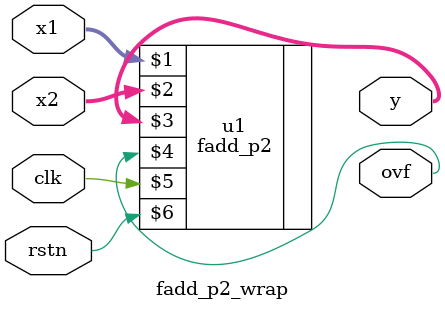
<source format=v>
`timescale 1ns / 100ps
`default_nettype none

module fadd_p2_wrap (input wire [31:0] x1,
		input wire [31:0] x2,
		output wire [31:0] y,
		output wire 	  ovf,
		input wire 	  clk,
		input wire 	  rstn);

   fadd_p2 u1(x1,x2,y,ovf,clk,rstn);
endmodule

`default_nettype wire

</source>
